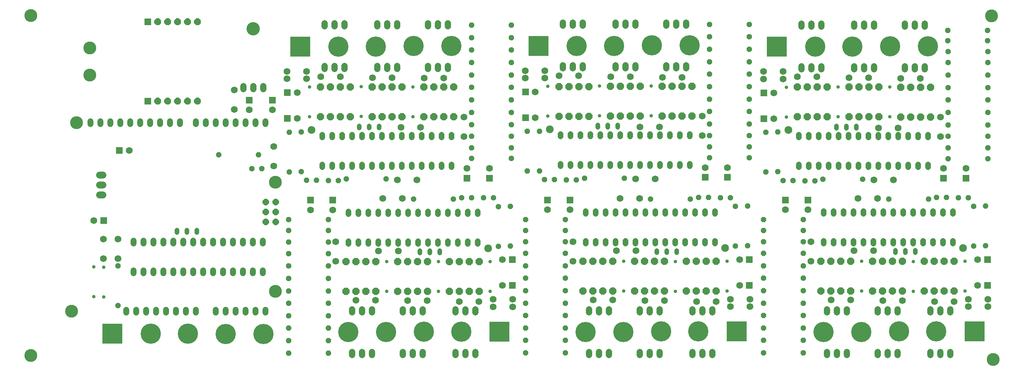
<source format=gts>
G75*
%MOIN*%
%OFA0B0*%
%FSLAX25Y25*%
%IPPOS*%
%LPD*%
%AMOC8*
5,1,8,0,0,1.08239X$1,22.5*
%
%ADD10C,0.12998*%
%ADD11C,0.06000*%
%ADD12OC8,0.06502*%
%ADD13R,0.06900X0.06900*%
%ADD14C,0.06900*%
%ADD15C,0.03600*%
%ADD16R,0.07000X0.07000*%
%ADD17OC8,0.07000*%
%ADD18C,0.06896*%
%ADD19C,0.06400*%
%ADD20C,0.13400*%
%ADD21C,0.04762*%
%ADD22OC8,0.05600*%
%ADD23R,0.20400X0.20400*%
%ADD24C,0.20400*%
%ADD25C,0.05600*%
%ADD26OC8,0.07200*%
%ADD27C,0.07800*%
D10*
X0102550Y0108250D03*
X0143400Y0153050D03*
X0348400Y0173050D03*
X0348400Y0283050D03*
X0162000Y0390850D03*
X0162000Y0418150D03*
X0102550Y0451100D03*
X0148400Y0343050D03*
X1068750Y0450600D03*
X1070450Y0104150D03*
D11*
X0338400Y0151650D02*
X0338400Y0154450D01*
X0328400Y0154450D02*
X0328400Y0151650D01*
X0318400Y0151650D02*
X0318400Y0154450D01*
X0308400Y0154450D02*
X0308400Y0151650D01*
X0298400Y0151650D02*
X0298400Y0154450D01*
X0288400Y0154450D02*
X0288400Y0151650D01*
X0268400Y0151650D02*
X0268400Y0154450D01*
X0258400Y0154450D02*
X0258400Y0151650D01*
X0248400Y0151650D02*
X0248400Y0154450D01*
X0238400Y0154450D02*
X0238400Y0151650D01*
X0228400Y0151650D02*
X0228400Y0154450D01*
X0218400Y0154450D02*
X0218400Y0151650D01*
X0208400Y0151650D02*
X0208400Y0154450D01*
X0198400Y0154450D02*
X0198400Y0151650D01*
X0205900Y0191150D02*
X0205900Y0193950D01*
X0215900Y0193950D02*
X0215900Y0191150D01*
X0225900Y0191150D02*
X0225900Y0193950D01*
X0235900Y0193950D02*
X0235900Y0191150D01*
X0245900Y0191150D02*
X0245900Y0193950D01*
X0255900Y0193950D02*
X0255900Y0191150D01*
X0265900Y0191150D02*
X0265900Y0193950D01*
X0275900Y0193950D02*
X0275900Y0191150D01*
X0285900Y0191150D02*
X0285900Y0193950D01*
X0295900Y0193950D02*
X0295900Y0191150D01*
X0305900Y0191150D02*
X0305900Y0193950D01*
X0315900Y0193950D02*
X0315900Y0191150D01*
X0325900Y0191150D02*
X0325900Y0193950D01*
X0335900Y0193950D02*
X0335900Y0191150D01*
X0335900Y0221150D02*
X0335900Y0223950D01*
X0325900Y0223950D02*
X0325900Y0221150D01*
X0315900Y0221150D02*
X0315900Y0223950D01*
X0305900Y0223950D02*
X0305900Y0221150D01*
X0295900Y0221150D02*
X0295900Y0223950D01*
X0285900Y0223950D02*
X0285900Y0221150D01*
X0275900Y0221150D02*
X0275900Y0223950D01*
X0265900Y0223950D02*
X0265900Y0221150D01*
X0255900Y0221150D02*
X0255900Y0223950D01*
X0245900Y0223950D02*
X0245900Y0221150D01*
X0235900Y0221150D02*
X0235900Y0223950D01*
X0225900Y0223950D02*
X0225900Y0221150D01*
X0215900Y0221150D02*
X0215900Y0223950D01*
X0205900Y0223950D02*
X0205900Y0221150D01*
X0202400Y0341650D02*
X0202400Y0344450D01*
X0192400Y0344450D02*
X0192400Y0341650D01*
X0182400Y0341650D02*
X0182400Y0344450D01*
X0172400Y0344450D02*
X0172400Y0341650D01*
X0162400Y0341650D02*
X0162400Y0344450D01*
X0212400Y0344450D02*
X0212400Y0341650D01*
X0222400Y0341650D02*
X0222400Y0344450D01*
X0232400Y0344450D02*
X0232400Y0341650D01*
X0242400Y0341650D02*
X0242400Y0344450D01*
X0252400Y0344450D02*
X0252400Y0341650D01*
X0268400Y0341650D02*
X0268400Y0344450D01*
X0278400Y0344450D02*
X0278400Y0341650D01*
X0288400Y0341650D02*
X0288400Y0344450D01*
X0298400Y0344450D02*
X0298400Y0341650D01*
X0308400Y0341650D02*
X0308400Y0344450D01*
X0318400Y0344450D02*
X0318400Y0341650D01*
X0328400Y0341650D02*
X0328400Y0344450D01*
X0338400Y0344450D02*
X0338400Y0341650D01*
D12*
X0338900Y0263050D03*
X0338900Y0253050D03*
X0338900Y0243050D03*
X0348900Y0243050D03*
X0348900Y0253050D03*
X0348900Y0263050D03*
D13*
X0383700Y0264921D03*
X0406300Y0264921D03*
X0541100Y0287079D03*
X0563700Y0287079D03*
X0622200Y0265121D03*
X0644800Y0265121D03*
X0586821Y0204850D03*
X0586821Y0178850D03*
X0780700Y0287879D03*
X0803300Y0287879D03*
X0861600Y0265121D03*
X0884200Y0265121D03*
X0825321Y0205050D03*
X0825321Y0179050D03*
X1020500Y0286979D03*
X1043100Y0286979D03*
X1064721Y0205050D03*
X1064721Y0179050D03*
X0839979Y0347050D03*
X0839979Y0373050D03*
X0600179Y0373950D03*
X0600179Y0347950D03*
X0360579Y0347150D03*
X0345471Y0365771D03*
X0360579Y0373150D03*
X0322071Y0365671D03*
X0191679Y0314950D03*
X0175721Y0244250D03*
D14*
X0165879Y0244250D03*
X0175600Y0225793D03*
X0190300Y0225793D03*
X0190300Y0206107D03*
X0175600Y0206107D03*
X0346900Y0299207D03*
X0346900Y0318893D03*
X0370421Y0347150D03*
X0345471Y0355929D03*
X0322071Y0355829D03*
X0307300Y0356407D03*
X0307300Y0376093D03*
X0360157Y0387150D03*
X0360157Y0394650D03*
X0379843Y0394650D03*
X0379843Y0387150D03*
X0394157Y0389400D03*
X0413843Y0389400D03*
X0446157Y0388400D03*
X0465843Y0388400D03*
X0498157Y0387900D03*
X0517843Y0387900D03*
X0538200Y0348793D03*
X0538200Y0329107D03*
X0494493Y0338150D03*
X0474807Y0338150D03*
X0541100Y0296921D03*
X0563700Y0296921D03*
X0490843Y0285450D03*
X0471157Y0285450D03*
X0476243Y0266550D03*
X0456557Y0266550D03*
X0406300Y0255079D03*
X0383700Y0255079D03*
X0409200Y0222893D03*
X0409200Y0203207D03*
X0452357Y0213750D03*
X0472043Y0213750D03*
X0481557Y0163600D03*
X0501243Y0163600D03*
X0533557Y0162600D03*
X0553243Y0162600D03*
X0567557Y0164850D03*
X0567557Y0157350D03*
X0587243Y0157350D03*
X0587243Y0164850D03*
X0576979Y0178850D03*
X0576979Y0204850D03*
X0647700Y0203407D03*
X0647700Y0223093D03*
X0691407Y0214050D03*
X0711093Y0214050D03*
X0644800Y0255279D03*
X0622200Y0255279D03*
X0695057Y0266750D03*
X0714743Y0266750D03*
X0710757Y0286250D03*
X0730443Y0286250D03*
X0780700Y0297721D03*
X0803300Y0297721D03*
X0777800Y0329907D03*
X0777800Y0349593D03*
X0734843Y0338700D03*
X0715157Y0338700D03*
X0705443Y0389200D03*
X0685757Y0389200D03*
X0653443Y0390200D03*
X0633757Y0390200D03*
X0619443Y0387950D03*
X0619443Y0395450D03*
X0599757Y0395450D03*
X0599757Y0387950D03*
X0610021Y0373950D03*
X0610021Y0347950D03*
X0737757Y0388700D03*
X0757443Y0388700D03*
X0839557Y0387050D03*
X0839557Y0394550D03*
X0859243Y0394550D03*
X0859243Y0387050D03*
X0873557Y0389300D03*
X0893243Y0389300D03*
X0925557Y0388300D03*
X0945243Y0388300D03*
X0977557Y0387800D03*
X0997243Y0387800D03*
X1017600Y0348693D03*
X1017600Y0329007D03*
X0974743Y0337700D03*
X0955057Y0337700D03*
X1020500Y0296821D03*
X1043100Y0296821D03*
X0970243Y0285350D03*
X0950557Y0285350D03*
X0954143Y0266750D03*
X0934457Y0266750D03*
X0884200Y0255279D03*
X0861600Y0255279D03*
X0887100Y0223093D03*
X0887100Y0203407D03*
X0930657Y0214000D03*
X0950343Y0214000D03*
X0959457Y0163800D03*
X0979143Y0163800D03*
X1011457Y0162800D03*
X1031143Y0162800D03*
X1045457Y0165050D03*
X1045457Y0157550D03*
X1065143Y0157550D03*
X1065143Y0165050D03*
X1054879Y0179050D03*
X1054879Y0205050D03*
X0927143Y0164300D03*
X0907457Y0164300D03*
X0825743Y0165050D03*
X0825743Y0157550D03*
X0806057Y0157550D03*
X0806057Y0165050D03*
X0791743Y0162800D03*
X0772057Y0162800D03*
X0739743Y0163800D03*
X0720057Y0163800D03*
X0687743Y0164300D03*
X0668057Y0164300D03*
X0815479Y0179050D03*
X0815479Y0205050D03*
X0849821Y0347050D03*
X0849821Y0373050D03*
X0449243Y0164100D03*
X0429557Y0164100D03*
X0201521Y0314950D03*
X0370421Y0373150D03*
D15*
X0383000Y0378910D03*
X0435000Y0379150D03*
X0435000Y0349150D03*
X0435000Y0349150D03*
X0383000Y0348910D03*
X0383000Y0348910D03*
X0487000Y0349030D03*
X0487000Y0349030D03*
X0487000Y0379030D03*
X0622600Y0379710D03*
X0674600Y0379950D03*
X0674600Y0349950D03*
X0674600Y0349950D03*
X0622600Y0349710D03*
X0622600Y0349710D03*
X0726600Y0349830D03*
X0726600Y0349830D03*
X0726600Y0379830D03*
X0862400Y0378810D03*
X0914400Y0379050D03*
X0914400Y0349050D03*
X0914400Y0349050D03*
X0862400Y0348810D03*
X0862400Y0348810D03*
X0966400Y0348930D03*
X0966400Y0348930D03*
X0966400Y0378930D03*
X0990300Y0203050D03*
X0990300Y0203050D03*
X0938300Y0203170D03*
X0938300Y0203170D03*
X0938300Y0173170D03*
X0990300Y0173050D03*
X1042300Y0173290D03*
X1042300Y0203290D03*
X1042300Y0203290D03*
X0802900Y0203290D03*
X0802900Y0203290D03*
X0750900Y0203050D03*
X0750900Y0203050D03*
X0750900Y0173050D03*
X0802900Y0173290D03*
X0698900Y0173170D03*
X0698900Y0203170D03*
X0698900Y0203170D03*
X0564400Y0203090D03*
X0564400Y0203090D03*
X0512400Y0202850D03*
X0512400Y0202850D03*
X0512400Y0172850D03*
X0564400Y0173090D03*
X0460400Y0172970D03*
X0460400Y0202970D03*
X0460400Y0202970D03*
X0175700Y0197450D03*
X0166000Y0197550D03*
X0166000Y0167550D03*
X0166000Y0167550D03*
X0175700Y0167450D03*
X0175700Y0167450D03*
D16*
X0220100Y0364550D03*
X0220100Y0444550D03*
D17*
X0230100Y0444550D03*
X0240100Y0444550D03*
X0250100Y0444550D03*
X0260100Y0444550D03*
X0270100Y0444550D03*
X0270100Y0364550D03*
X0260100Y0364550D03*
X0250100Y0364550D03*
X0240100Y0364550D03*
X0230100Y0364550D03*
D18*
X0174924Y0290450D02*
X0171676Y0290450D01*
X0171676Y0280450D02*
X0174924Y0280450D01*
X0174924Y0270450D02*
X0171676Y0270450D01*
D19*
X0316300Y0377079D02*
X0316300Y0380079D01*
X0326300Y0380079D02*
X0326300Y0377079D01*
X0336300Y0377079D02*
X0336300Y0380079D01*
X0398000Y0397150D02*
X0398000Y0400150D01*
X0408000Y0400150D02*
X0408000Y0397150D01*
X0418000Y0397150D02*
X0418000Y0400150D01*
X0451000Y0400150D02*
X0451000Y0397150D01*
X0461000Y0397150D02*
X0461000Y0400150D01*
X0471000Y0400150D02*
X0471000Y0397150D01*
X0502000Y0397150D02*
X0502000Y0400150D01*
X0512000Y0400150D02*
X0512000Y0397150D01*
X0522000Y0397150D02*
X0522000Y0400150D01*
X0522000Y0440150D02*
X0522000Y0443150D01*
X0512000Y0443150D02*
X0512000Y0440150D01*
X0502000Y0440150D02*
X0502000Y0443150D01*
X0471000Y0443150D02*
X0471000Y0440150D01*
X0461000Y0440150D02*
X0461000Y0443150D01*
X0451000Y0443150D02*
X0451000Y0440150D01*
X0418000Y0440150D02*
X0418000Y0443150D01*
X0408000Y0443150D02*
X0408000Y0440150D01*
X0398000Y0440150D02*
X0398000Y0443150D01*
X0637600Y0443950D02*
X0637600Y0440950D01*
X0647600Y0440950D02*
X0647600Y0443950D01*
X0657600Y0443950D02*
X0657600Y0440950D01*
X0690600Y0440950D02*
X0690600Y0443950D01*
X0700600Y0443950D02*
X0700600Y0440950D01*
X0710600Y0440950D02*
X0710600Y0443950D01*
X0741600Y0443950D02*
X0741600Y0440950D01*
X0751600Y0440950D02*
X0751600Y0443950D01*
X0761600Y0443950D02*
X0761600Y0440950D01*
X0761600Y0400950D02*
X0761600Y0397950D01*
X0751600Y0397950D02*
X0751600Y0400950D01*
X0741600Y0400950D02*
X0741600Y0397950D01*
X0710600Y0397950D02*
X0710600Y0400950D01*
X0700600Y0400950D02*
X0700600Y0397950D01*
X0690600Y0397950D02*
X0690600Y0400950D01*
X0657600Y0400950D02*
X0657600Y0397950D01*
X0647600Y0397950D02*
X0647600Y0400950D01*
X0637600Y0400950D02*
X0637600Y0397950D01*
X0877400Y0397050D02*
X0877400Y0400050D01*
X0887400Y0400050D02*
X0887400Y0397050D01*
X0897400Y0397050D02*
X0897400Y0400050D01*
X0930400Y0400050D02*
X0930400Y0397050D01*
X0940400Y0397050D02*
X0940400Y0400050D01*
X0950400Y0400050D02*
X0950400Y0397050D01*
X0981400Y0397050D02*
X0981400Y0400050D01*
X0991400Y0400050D02*
X0991400Y0397050D01*
X1001400Y0397050D02*
X1001400Y0400050D01*
X1001400Y0440050D02*
X1001400Y0443050D01*
X0991400Y0443050D02*
X0991400Y0440050D01*
X0981400Y0440050D02*
X0981400Y0443050D01*
X0950400Y0443050D02*
X0950400Y0440050D01*
X0940400Y0440050D02*
X0940400Y0443050D01*
X0930400Y0443050D02*
X0930400Y0440050D01*
X0897400Y0440050D02*
X0897400Y0443050D01*
X0887400Y0443050D02*
X0887400Y0440050D01*
X0877400Y0440050D02*
X0877400Y0443050D01*
X0903300Y0155050D02*
X0903300Y0152050D01*
X0913300Y0152050D02*
X0913300Y0155050D01*
X0923300Y0155050D02*
X0923300Y0152050D01*
X0954300Y0152050D02*
X0954300Y0155050D01*
X0964300Y0155050D02*
X0964300Y0152050D01*
X0974300Y0152050D02*
X0974300Y0155050D01*
X1007300Y0155050D02*
X1007300Y0152050D01*
X1017300Y0152050D02*
X1017300Y0155050D01*
X1027300Y0155050D02*
X1027300Y0152050D01*
X1027300Y0112050D02*
X1027300Y0109050D01*
X1017300Y0109050D02*
X1017300Y0112050D01*
X1007300Y0112050D02*
X1007300Y0109050D01*
X0974300Y0109050D02*
X0974300Y0112050D01*
X0964300Y0112050D02*
X0964300Y0109050D01*
X0954300Y0109050D02*
X0954300Y0112050D01*
X0923300Y0112050D02*
X0923300Y0109050D01*
X0913300Y0109050D02*
X0913300Y0112050D01*
X0903300Y0112050D02*
X0903300Y0109050D01*
X0787900Y0109050D02*
X0787900Y0112050D01*
X0777900Y0112050D02*
X0777900Y0109050D01*
X0767900Y0109050D02*
X0767900Y0112050D01*
X0734900Y0112050D02*
X0734900Y0109050D01*
X0724900Y0109050D02*
X0724900Y0112050D01*
X0714900Y0112050D02*
X0714900Y0109050D01*
X0683900Y0109050D02*
X0683900Y0112050D01*
X0673900Y0112050D02*
X0673900Y0109050D01*
X0663900Y0109050D02*
X0663900Y0112050D01*
X0663900Y0152050D02*
X0663900Y0155050D01*
X0673900Y0155050D02*
X0673900Y0152050D01*
X0683900Y0152050D02*
X0683900Y0155050D01*
X0714900Y0155050D02*
X0714900Y0152050D01*
X0724900Y0152050D02*
X0724900Y0155050D01*
X0734900Y0155050D02*
X0734900Y0152050D01*
X0767900Y0152050D02*
X0767900Y0155050D01*
X0777900Y0155050D02*
X0777900Y0152050D01*
X0787900Y0152050D02*
X0787900Y0155050D01*
X0549400Y0154850D02*
X0549400Y0151850D01*
X0539400Y0151850D02*
X0539400Y0154850D01*
X0529400Y0154850D02*
X0529400Y0151850D01*
X0496400Y0151850D02*
X0496400Y0154850D01*
X0486400Y0154850D02*
X0486400Y0151850D01*
X0476400Y0151850D02*
X0476400Y0154850D01*
X0445400Y0154850D02*
X0445400Y0151850D01*
X0435400Y0151850D02*
X0435400Y0154850D01*
X0425400Y0154850D02*
X0425400Y0151850D01*
X0425400Y0111850D02*
X0425400Y0108850D01*
X0435400Y0108850D02*
X0435400Y0111850D01*
X0445400Y0111850D02*
X0445400Y0108850D01*
X0476400Y0108850D02*
X0476400Y0111850D01*
X0486400Y0111850D02*
X0486400Y0108850D01*
X0496400Y0108850D02*
X0496400Y0111850D01*
X0529400Y0111850D02*
X0529400Y0108850D01*
X0539400Y0108850D02*
X0539400Y0111850D01*
X0549400Y0111850D02*
X0549400Y0108850D01*
D20*
X0326300Y0437579D03*
D21*
X0433000Y0339791D02*
X0433000Y0337609D01*
X0443000Y0337609D02*
X0443000Y0339791D01*
X0453000Y0339791D02*
X0453000Y0337609D01*
X0269400Y0234641D02*
X0269400Y0232459D01*
X0259400Y0232459D02*
X0259400Y0234641D01*
X0249400Y0234641D02*
X0249400Y0232459D01*
X0493800Y0213941D02*
X0493800Y0211759D01*
X0503800Y0211759D02*
X0503800Y0213941D01*
X0513800Y0213941D02*
X0513800Y0211759D01*
X0732300Y0211959D02*
X0732300Y0214141D01*
X0742300Y0214141D02*
X0742300Y0211959D01*
X0752300Y0211959D02*
X0752300Y0214141D01*
X0972350Y0214241D02*
X0972350Y0212059D01*
X0982350Y0212059D02*
X0982350Y0214241D01*
X0992350Y0214241D02*
X0992350Y0212059D01*
X0932700Y0337459D02*
X0932700Y0339641D01*
X0922700Y0339641D02*
X0922700Y0337459D01*
X0912700Y0337459D02*
X0912700Y0339641D01*
X0693000Y0340641D02*
X0693000Y0338459D01*
X0683000Y0338459D02*
X0683000Y0340641D01*
X0673000Y0340641D02*
X0673000Y0338459D01*
D22*
X0614200Y0334450D03*
X0602000Y0334150D03*
X0585700Y0329250D03*
X0585700Y0340886D03*
X0585700Y0353432D03*
X0585700Y0365977D03*
X0585700Y0378523D03*
X0585700Y0391068D03*
X0585700Y0403614D03*
X0585700Y0416159D03*
X0585700Y0428705D03*
X0585700Y0441250D03*
X0545700Y0441250D03*
X0545700Y0428705D03*
X0545700Y0416159D03*
X0545700Y0403614D03*
X0545700Y0391068D03*
X0545700Y0378523D03*
X0545700Y0365977D03*
X0545700Y0353432D03*
X0545700Y0340886D03*
X0545700Y0329250D03*
X0545700Y0317796D03*
X0545700Y0306841D03*
X0585700Y0306841D03*
X0585700Y0317796D03*
X0602000Y0294150D03*
X0614200Y0294450D03*
X0619300Y0285650D03*
X0629300Y0285650D03*
X0641300Y0285350D03*
X0651300Y0285350D03*
X0659500Y0286950D03*
X0699500Y0286950D03*
X0726000Y0266050D03*
X0766000Y0266050D03*
X0774200Y0267650D03*
X0784200Y0267650D03*
X0796200Y0267350D03*
X0806200Y0267350D03*
X0811300Y0258550D03*
X0823500Y0258850D03*
X0839600Y0245359D03*
X0839600Y0234404D03*
X0839600Y0222950D03*
X0839600Y0211314D03*
X0823500Y0218850D03*
X0811300Y0218550D03*
X0839600Y0198768D03*
X0839600Y0186223D03*
X0839600Y0173677D03*
X0839600Y0161132D03*
X0839600Y0148586D03*
X0839600Y0136041D03*
X0839600Y0123495D03*
X0839600Y0110950D03*
X0879600Y0110950D03*
X0879600Y0123495D03*
X0879600Y0136041D03*
X0879600Y0148586D03*
X0879600Y0161132D03*
X0879600Y0173677D03*
X0879600Y0186223D03*
X0879600Y0198768D03*
X0879600Y0211314D03*
X0879600Y0222950D03*
X0879600Y0234404D03*
X0879600Y0245359D03*
X0881100Y0284450D03*
X0891100Y0284450D03*
X0899300Y0286050D03*
X0869100Y0284750D03*
X0859100Y0284750D03*
X0854000Y0293550D03*
X0841800Y0293250D03*
X0825300Y0307641D03*
X0825300Y0318596D03*
X0825300Y0330050D03*
X0825300Y0341686D03*
X0825300Y0354232D03*
X0825300Y0366777D03*
X0825300Y0379323D03*
X0825300Y0391868D03*
X0825300Y0404414D03*
X0825300Y0416959D03*
X0825300Y0429505D03*
X0825300Y0442050D03*
X0785300Y0442050D03*
X0785300Y0429505D03*
X0785300Y0416959D03*
X0785300Y0404414D03*
X0785300Y0391868D03*
X0785300Y0379323D03*
X0785300Y0366777D03*
X0785300Y0354232D03*
X0785300Y0341686D03*
X0785300Y0330050D03*
X0785300Y0318596D03*
X0785300Y0307641D03*
X0841800Y0333250D03*
X0854000Y0333550D03*
X0939300Y0286050D03*
X0965400Y0266050D03*
X1005400Y0266050D03*
X1013600Y0267650D03*
X1023600Y0267650D03*
X1035600Y0267350D03*
X1045600Y0267350D03*
X1050700Y0258550D03*
X1062900Y0258850D03*
X1062900Y0218850D03*
X1050700Y0218550D03*
X1065100Y0306741D03*
X1065100Y0317696D03*
X1065100Y0329150D03*
X1065100Y0340786D03*
X1065100Y0353332D03*
X1065100Y0365877D03*
X1065100Y0378423D03*
X1065100Y0390968D03*
X1065100Y0403514D03*
X1065100Y0414659D03*
X1064800Y0425505D03*
X1065000Y0436050D03*
X1025000Y0436050D03*
X1024800Y0425505D03*
X1025100Y0414659D03*
X1025100Y0403514D03*
X1025100Y0390968D03*
X1025100Y0378423D03*
X1025100Y0365877D03*
X1025100Y0353332D03*
X1025100Y0340786D03*
X1025100Y0329150D03*
X1025100Y0317696D03*
X1025100Y0306741D03*
X0640200Y0245359D03*
X0640200Y0234404D03*
X0640200Y0222950D03*
X0640200Y0211314D03*
X0640200Y0198768D03*
X0640200Y0186223D03*
X0640200Y0173677D03*
X0640200Y0161132D03*
X0640200Y0148586D03*
X0640200Y0136041D03*
X0640200Y0123495D03*
X0640200Y0110950D03*
X0600200Y0110950D03*
X0600200Y0123495D03*
X0600200Y0136041D03*
X0600200Y0148586D03*
X0600200Y0161132D03*
X0600200Y0173677D03*
X0600200Y0186223D03*
X0600200Y0198768D03*
X0600200Y0211314D03*
X0600200Y0222950D03*
X0585000Y0218650D03*
X0572800Y0218350D03*
X0600200Y0234404D03*
X0600200Y0245359D03*
X0585000Y0258650D03*
X0572800Y0258350D03*
X0567700Y0267150D03*
X0557700Y0267150D03*
X0545700Y0267450D03*
X0535700Y0267450D03*
X0527500Y0265850D03*
X0487500Y0265850D03*
X0459900Y0286150D03*
X0419900Y0286150D03*
X0411700Y0284550D03*
X0401700Y0284550D03*
X0389700Y0284850D03*
X0379700Y0284850D03*
X0374600Y0293650D03*
X0362400Y0293350D03*
X0334900Y0296550D03*
X0324900Y0296550D03*
X0331400Y0310750D03*
X0362400Y0333350D03*
X0374600Y0333650D03*
X0291400Y0310750D03*
X0361700Y0245159D03*
X0361700Y0234204D03*
X0361700Y0222750D03*
X0361700Y0211114D03*
X0361700Y0198568D03*
X0361700Y0186023D03*
X0361700Y0173477D03*
X0361700Y0160932D03*
X0361700Y0148386D03*
X0361700Y0135841D03*
X0361700Y0123295D03*
X0361700Y0110750D03*
X0401700Y0110750D03*
X0401700Y0123295D03*
X0401700Y0135841D03*
X0401700Y0148386D03*
X0401700Y0160932D03*
X0401700Y0173477D03*
X0401700Y0186023D03*
X0401700Y0198568D03*
X0401700Y0211114D03*
X0401700Y0222750D03*
X0401700Y0234204D03*
X0401700Y0245159D03*
X0190100Y0198650D03*
X0190100Y0158650D03*
D23*
X0184600Y0130350D03*
X0573900Y0132350D03*
X0812400Y0132550D03*
X1051800Y0132550D03*
X0852900Y0419550D03*
X0613100Y0420450D03*
X0373500Y0419650D03*
D24*
X0412000Y0419650D03*
X0449500Y0419650D03*
X0487500Y0420150D03*
X0525500Y0420150D03*
X0651600Y0420450D03*
X0689100Y0420450D03*
X0727100Y0420950D03*
X0765100Y0420950D03*
X0891400Y0419550D03*
X0928900Y0419550D03*
X0966900Y0420050D03*
X1004900Y0420050D03*
X1013300Y0132550D03*
X0975800Y0132550D03*
X0937800Y0132050D03*
X0899800Y0132050D03*
X0773900Y0132550D03*
X0736400Y0132550D03*
X0698400Y0132050D03*
X0660400Y0132050D03*
X0535400Y0132350D03*
X0497900Y0132350D03*
X0459900Y0131850D03*
X0421900Y0131850D03*
X0336600Y0129850D03*
X0298600Y0129850D03*
X0260600Y0130350D03*
X0223100Y0130350D03*
D25*
X0421900Y0221050D02*
X0421900Y0223650D01*
X0431900Y0223650D02*
X0431900Y0221050D01*
X0441900Y0221050D02*
X0441900Y0223650D01*
X0451900Y0223650D02*
X0451900Y0221050D01*
X0461900Y0221050D02*
X0461900Y0223650D01*
X0471900Y0223650D02*
X0471900Y0221050D01*
X0481900Y0221050D02*
X0481900Y0223650D01*
X0491900Y0223650D02*
X0491900Y0221050D01*
X0501900Y0221050D02*
X0501900Y0223650D01*
X0511900Y0223650D02*
X0511900Y0221050D01*
X0521900Y0221050D02*
X0521900Y0223650D01*
X0531900Y0223650D02*
X0531900Y0221050D01*
X0541900Y0221050D02*
X0541900Y0223650D01*
X0551900Y0223650D02*
X0551900Y0221050D01*
X0551900Y0251050D02*
X0551900Y0253650D01*
X0541900Y0253650D02*
X0541900Y0251050D01*
X0531900Y0251050D02*
X0531900Y0253650D01*
X0521900Y0253650D02*
X0521900Y0251050D01*
X0511900Y0251050D02*
X0511900Y0253650D01*
X0501900Y0253650D02*
X0501900Y0251050D01*
X0491900Y0251050D02*
X0491900Y0253650D01*
X0481900Y0253650D02*
X0481900Y0251050D01*
X0471900Y0251050D02*
X0471900Y0253650D01*
X0461900Y0253650D02*
X0461900Y0251050D01*
X0451900Y0251050D02*
X0451900Y0253650D01*
X0441900Y0253650D02*
X0441900Y0251050D01*
X0431900Y0251050D02*
X0431900Y0253650D01*
X0421900Y0253650D02*
X0421900Y0251050D01*
X0425500Y0298350D02*
X0425500Y0300950D01*
X0415500Y0300950D02*
X0415500Y0298350D01*
X0405500Y0298350D02*
X0405500Y0300950D01*
X0395500Y0300950D02*
X0395500Y0298350D01*
X0435500Y0298350D02*
X0435500Y0300950D01*
X0445500Y0300950D02*
X0445500Y0298350D01*
X0455500Y0298350D02*
X0455500Y0300950D01*
X0465500Y0300950D02*
X0465500Y0298350D01*
X0475500Y0298350D02*
X0475500Y0300950D01*
X0485500Y0300950D02*
X0485500Y0298350D01*
X0495500Y0298350D02*
X0495500Y0300950D01*
X0505500Y0300950D02*
X0505500Y0298350D01*
X0515500Y0298350D02*
X0515500Y0300950D01*
X0525500Y0300950D02*
X0525500Y0298350D01*
X0525500Y0328350D02*
X0525500Y0330950D01*
X0515500Y0330950D02*
X0515500Y0328350D01*
X0505500Y0328350D02*
X0505500Y0330950D01*
X0495500Y0330950D02*
X0495500Y0328350D01*
X0485500Y0328350D02*
X0485500Y0330950D01*
X0475500Y0330950D02*
X0475500Y0328350D01*
X0465500Y0328350D02*
X0465500Y0330950D01*
X0455500Y0330950D02*
X0455500Y0328350D01*
X0445500Y0328350D02*
X0445500Y0330950D01*
X0435500Y0330950D02*
X0435500Y0328350D01*
X0425500Y0328350D02*
X0425500Y0330950D01*
X0415500Y0330950D02*
X0415500Y0328350D01*
X0405500Y0328350D02*
X0405500Y0330950D01*
X0395500Y0330950D02*
X0395500Y0328350D01*
X0635100Y0329150D02*
X0635100Y0331750D01*
X0645100Y0331750D02*
X0645100Y0329150D01*
X0655100Y0329150D02*
X0655100Y0331750D01*
X0665100Y0331750D02*
X0665100Y0329150D01*
X0675100Y0329150D02*
X0675100Y0331750D01*
X0685100Y0331750D02*
X0685100Y0329150D01*
X0695100Y0329150D02*
X0695100Y0331750D01*
X0705100Y0331750D02*
X0705100Y0329150D01*
X0715100Y0329150D02*
X0715100Y0331750D01*
X0725100Y0331750D02*
X0725100Y0329150D01*
X0735100Y0329150D02*
X0735100Y0331750D01*
X0745100Y0331750D02*
X0745100Y0329150D01*
X0755100Y0329150D02*
X0755100Y0331750D01*
X0765100Y0331750D02*
X0765100Y0329150D01*
X0765100Y0301750D02*
X0765100Y0299150D01*
X0755100Y0299150D02*
X0755100Y0301750D01*
X0745100Y0301750D02*
X0745100Y0299150D01*
X0735100Y0299150D02*
X0735100Y0301750D01*
X0725100Y0301750D02*
X0725100Y0299150D01*
X0715100Y0299150D02*
X0715100Y0301750D01*
X0705100Y0301750D02*
X0705100Y0299150D01*
X0695100Y0299150D02*
X0695100Y0301750D01*
X0685100Y0301750D02*
X0685100Y0299150D01*
X0675100Y0299150D02*
X0675100Y0301750D01*
X0665100Y0301750D02*
X0665100Y0299150D01*
X0655100Y0299150D02*
X0655100Y0301750D01*
X0645100Y0301750D02*
X0645100Y0299150D01*
X0635100Y0299150D02*
X0635100Y0301750D01*
X0660400Y0253850D02*
X0660400Y0251250D01*
X0670400Y0251250D02*
X0670400Y0253850D01*
X0680400Y0253850D02*
X0680400Y0251250D01*
X0690400Y0251250D02*
X0690400Y0253850D01*
X0700400Y0253850D02*
X0700400Y0251250D01*
X0710400Y0251250D02*
X0710400Y0253850D01*
X0720400Y0253850D02*
X0720400Y0251250D01*
X0730400Y0251250D02*
X0730400Y0253850D01*
X0740400Y0253850D02*
X0740400Y0251250D01*
X0750400Y0251250D02*
X0750400Y0253850D01*
X0760400Y0253850D02*
X0760400Y0251250D01*
X0770400Y0251250D02*
X0770400Y0253850D01*
X0780400Y0253850D02*
X0780400Y0251250D01*
X0790400Y0251250D02*
X0790400Y0253850D01*
X0790400Y0223850D02*
X0790400Y0221250D01*
X0780400Y0221250D02*
X0780400Y0223850D01*
X0770400Y0223850D02*
X0770400Y0221250D01*
X0760400Y0221250D02*
X0760400Y0223850D01*
X0750400Y0223850D02*
X0750400Y0221250D01*
X0740400Y0221250D02*
X0740400Y0223850D01*
X0730400Y0223850D02*
X0730400Y0221250D01*
X0720400Y0221250D02*
X0720400Y0223850D01*
X0710400Y0223850D02*
X0710400Y0221250D01*
X0700400Y0221250D02*
X0700400Y0223850D01*
X0690400Y0223850D02*
X0690400Y0221250D01*
X0680400Y0221250D02*
X0680400Y0223850D01*
X0670400Y0223850D02*
X0670400Y0221250D01*
X0660400Y0221250D02*
X0660400Y0223850D01*
X0874900Y0298250D02*
X0874900Y0300850D01*
X0884900Y0300850D02*
X0884900Y0298250D01*
X0894900Y0298250D02*
X0894900Y0300850D01*
X0904900Y0300850D02*
X0904900Y0298250D01*
X0914900Y0298250D02*
X0914900Y0300850D01*
X0924900Y0300850D02*
X0924900Y0298250D01*
X0934900Y0298250D02*
X0934900Y0300850D01*
X0944900Y0300850D02*
X0944900Y0298250D01*
X0954900Y0298250D02*
X0954900Y0300850D01*
X0964900Y0300850D02*
X0964900Y0298250D01*
X0974900Y0298250D02*
X0974900Y0300850D01*
X0984900Y0300850D02*
X0984900Y0298250D01*
X0994900Y0298250D02*
X0994900Y0300850D01*
X1004900Y0300850D02*
X1004900Y0298250D01*
X1004900Y0328250D02*
X1004900Y0330850D01*
X0994900Y0330850D02*
X0994900Y0328250D01*
X0984900Y0328250D02*
X0984900Y0330850D01*
X0974900Y0330850D02*
X0974900Y0328250D01*
X0964900Y0328250D02*
X0964900Y0330850D01*
X0954900Y0330850D02*
X0954900Y0328250D01*
X0944900Y0328250D02*
X0944900Y0330850D01*
X0934900Y0330850D02*
X0934900Y0328250D01*
X0924900Y0328250D02*
X0924900Y0330850D01*
X0914900Y0330850D02*
X0914900Y0328250D01*
X0904900Y0328250D02*
X0904900Y0330850D01*
X0894900Y0330850D02*
X0894900Y0328250D01*
X0884900Y0328250D02*
X0884900Y0330850D01*
X0874900Y0330850D02*
X0874900Y0328250D01*
X0899800Y0253850D02*
X0899800Y0251250D01*
X0909800Y0251250D02*
X0909800Y0253850D01*
X0919800Y0253850D02*
X0919800Y0251250D01*
X0929800Y0251250D02*
X0929800Y0253850D01*
X0939800Y0253850D02*
X0939800Y0251250D01*
X0949800Y0251250D02*
X0949800Y0253850D01*
X0959800Y0253850D02*
X0959800Y0251250D01*
X0969800Y0251250D02*
X0969800Y0253850D01*
X0979800Y0253850D02*
X0979800Y0251250D01*
X0989800Y0251250D02*
X0989800Y0253850D01*
X0999800Y0253850D02*
X0999800Y0251250D01*
X1009800Y0251250D02*
X1009800Y0253850D01*
X1019800Y0253850D02*
X1019800Y0251250D01*
X1029800Y0251250D02*
X1029800Y0253850D01*
X1029800Y0223850D02*
X1029800Y0221250D01*
X1019800Y0221250D02*
X1019800Y0223850D01*
X1009800Y0223850D02*
X1009800Y0221250D01*
X0999800Y0221250D02*
X0999800Y0223850D01*
X0989800Y0223850D02*
X0989800Y0221250D01*
X0979800Y0221250D02*
X0979800Y0223850D01*
X0969800Y0223850D02*
X0969800Y0221250D01*
X0959800Y0221250D02*
X0959800Y0223850D01*
X0949800Y0223850D02*
X0949800Y0221250D01*
X0939800Y0221250D02*
X0939800Y0223850D01*
X0929800Y0223850D02*
X0929800Y0221250D01*
X0919800Y0221250D02*
X0919800Y0223850D01*
X0909800Y0223850D02*
X0909800Y0221250D01*
X0899800Y0221250D02*
X0899800Y0223850D01*
D26*
X0897300Y0203310D03*
X0907300Y0203310D03*
X0917300Y0203310D03*
X0927300Y0203310D03*
X0949300Y0203230D03*
X0959300Y0203230D03*
X0969300Y0203230D03*
X0979300Y0203230D03*
X1001300Y0203150D03*
X1011300Y0203150D03*
X1021300Y0203150D03*
X1031300Y0203150D03*
X1031300Y0173150D03*
X1021300Y0173150D03*
X1011300Y0173150D03*
X1001300Y0173150D03*
X0979300Y0173230D03*
X0969300Y0173230D03*
X0959300Y0173230D03*
X0949300Y0173230D03*
X0927300Y0173310D03*
X0917300Y0173310D03*
X0907300Y0173310D03*
X0897300Y0173310D03*
X0791900Y0173150D03*
X0781900Y0173150D03*
X0771900Y0173150D03*
X0761900Y0173150D03*
X0739900Y0173230D03*
X0729900Y0173230D03*
X0719900Y0173230D03*
X0709900Y0173230D03*
X0687900Y0173310D03*
X0677900Y0173310D03*
X0667900Y0173310D03*
X0657900Y0173310D03*
X0657900Y0203310D03*
X0667900Y0203310D03*
X0677900Y0203310D03*
X0687900Y0203310D03*
X0709900Y0203230D03*
X0719900Y0203230D03*
X0729900Y0203230D03*
X0739900Y0203230D03*
X0761900Y0203150D03*
X0771900Y0203150D03*
X0781900Y0203150D03*
X0791900Y0203150D03*
X0553400Y0202950D03*
X0543400Y0202950D03*
X0533400Y0202950D03*
X0523400Y0202950D03*
X0501400Y0203030D03*
X0491400Y0203030D03*
X0481400Y0203030D03*
X0471400Y0203030D03*
X0449400Y0203110D03*
X0439400Y0203110D03*
X0429400Y0203110D03*
X0419400Y0203110D03*
X0419400Y0173110D03*
X0429400Y0173110D03*
X0439400Y0173110D03*
X0449400Y0173110D03*
X0471400Y0173030D03*
X0481400Y0173030D03*
X0491400Y0173030D03*
X0501400Y0173030D03*
X0523400Y0172950D03*
X0533400Y0172950D03*
X0543400Y0172950D03*
X0553400Y0172950D03*
X0528000Y0348890D03*
X0518000Y0348890D03*
X0508000Y0348890D03*
X0498000Y0348890D03*
X0476000Y0348970D03*
X0466000Y0348970D03*
X0456000Y0348970D03*
X0446000Y0348970D03*
X0424000Y0349050D03*
X0414000Y0349050D03*
X0404000Y0349050D03*
X0394000Y0349050D03*
X0394000Y0379050D03*
X0404000Y0379050D03*
X0414000Y0379050D03*
X0424000Y0379050D03*
X0446000Y0378970D03*
X0456000Y0378970D03*
X0466000Y0378970D03*
X0476000Y0378970D03*
X0498000Y0378890D03*
X0508000Y0378890D03*
X0518000Y0378890D03*
X0528000Y0378890D03*
X0634000Y0379450D03*
X0644000Y0379450D03*
X0654000Y0379450D03*
X0664000Y0379450D03*
X0685600Y0379770D03*
X0695600Y0379770D03*
X0705600Y0379770D03*
X0715600Y0379770D03*
X0737600Y0379690D03*
X0747600Y0379690D03*
X0757600Y0379690D03*
X0767600Y0379690D03*
X0767600Y0349690D03*
X0757600Y0349690D03*
X0747600Y0349690D03*
X0737600Y0349690D03*
X0715600Y0349770D03*
X0705600Y0349770D03*
X0695600Y0349770D03*
X0685600Y0349770D03*
X0664000Y0349450D03*
X0654000Y0349450D03*
X0644000Y0349450D03*
X0634000Y0349450D03*
X0873400Y0348950D03*
X0883400Y0348950D03*
X0893400Y0348950D03*
X0903400Y0348950D03*
X0925400Y0348870D03*
X0935400Y0348870D03*
X0945400Y0348870D03*
X0955400Y0348870D03*
X0977400Y0348790D03*
X0987400Y0348790D03*
X0997400Y0348790D03*
X1007400Y0348790D03*
X1007400Y0378790D03*
X0997400Y0378790D03*
X0987400Y0378790D03*
X0977400Y0378790D03*
X0955400Y0378870D03*
X0945400Y0378870D03*
X0935400Y0378870D03*
X0925400Y0378870D03*
X0903400Y0378950D03*
X0893400Y0378950D03*
X0883400Y0378950D03*
X0873400Y0378950D03*
D27*
X0864400Y0335550D03*
X0800900Y0216550D03*
X0624600Y0336450D03*
X0562400Y0216350D03*
X0385000Y0335650D03*
X1040300Y0216550D03*
M02*

</source>
